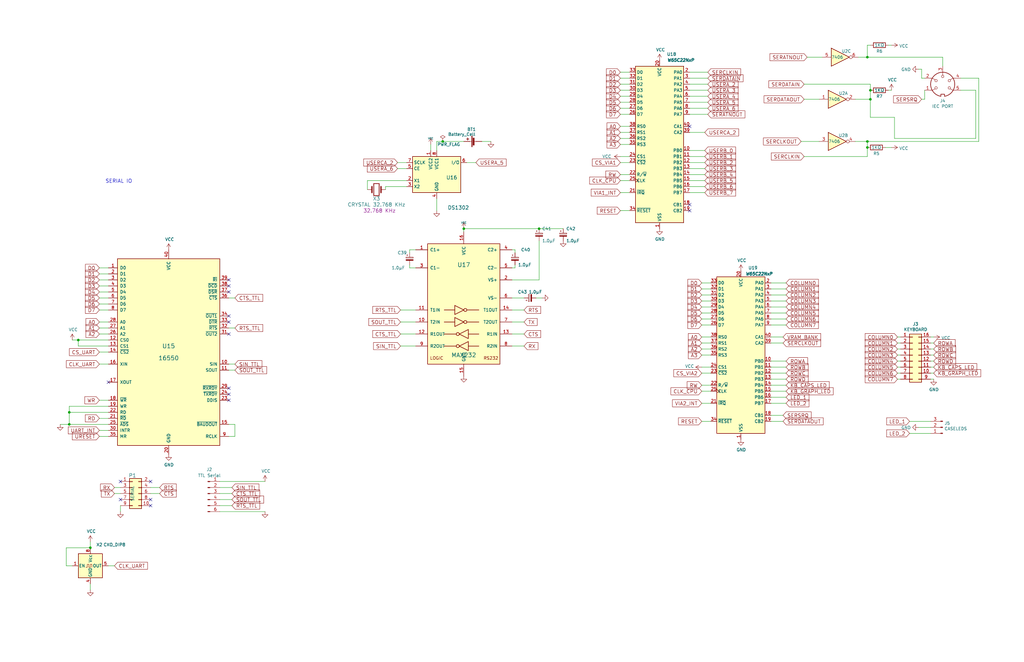
<source format=kicad_sch>
(kicad_sch (version 20211123) (generator eeschema)
  (paper "B")
  (junction (at 367.03 41.91))
  (junction (at 365.76 62.23))
  (junction (at 33.02 143.51))
  (junction (at 367.03 38.1))
  (junction (at 195.58 96.52))
  (junction (at 365.76 59.69))
  (junction (at 227.33 96.52))
  (junction (at 29.21 173.99))
  (junction (at 29.21 179.07))
  (junction (at 38.1 231.14))
  (junction (at 186.69 59.69))
  (junction (at 365.76 24.13))
  (no_connect (at 96.52 140.97))
  (no_connect (at 63.5 203.2))
  (no_connect (at 45.72 161.29))
  (no_connect (at 96.52 133.35))
  (no_connect (at 63.5 210.82))
  (no_connect (at 96.52 120.65))
  (no_connect (at 50.8 203.2))
  (no_connect (at 290.83 88.9))
  (no_connect (at 96.52 166.37))
  (no_connect (at 290.83 86.36))
  (no_connect (at 96.52 123.19))
  (no_connect (at 96.52 163.83))
  (no_connect (at 96.52 135.89))
  (no_connect (at 96.52 118.11))
  (no_connect (at 290.83 53.34))
  (no_connect (at 50.8 210.82))
  (no_connect (at 63.5 213.36))
  (no_connect (at 96.52 168.91))
  (wire (pts (xy 48.26 205.74) (xy 50.8 205.74)))
  (wire (pts (xy 96.52 184.15) (xy 99.06 184.15)))
  (wire (pts (xy 184.15 83.82) (xy 184.15 88.9)))
  (wire (pts (xy 215.9 135.89) (xy 220.98 135.89)))
  (wire (pts (xy 367.03 41.91) (xy 367.03 38.1)))
  (wire (pts (xy 217.17 113.03) (xy 217.17 111.76)))
  (wire (pts (xy 299.72 134.62) (xy 295.91 134.62)))
  (wire (pts (xy 265.43 58.42) (xy 261.62 58.42)))
  (wire (pts (xy 41.91 176.53) (xy 45.72 176.53)))
  (wire (pts (xy 29.21 173.99) (xy 29.21 179.07)))
  (wire (pts (xy 215.9 146.05) (xy 220.98 146.05)))
  (wire (pts (xy 265.43 43.18) (xy 261.62 43.18)))
  (wire (pts (xy 360.68 41.91) (xy 367.03 41.91)))
  (wire (pts (xy 265.43 68.58) (xy 261.62 68.58)))
  (wire (pts (xy 96.52 179.07) (xy 99.06 179.07)))
  (wire (pts (xy 41.91 140.97) (xy 45.72 140.97)))
  (wire (pts (xy 299.72 147.32) (xy 295.91 147.32)))
  (wire (pts (xy 96.52 153.67) (xy 99.06 153.67)))
  (wire (pts (xy 215.9 105.41) (xy 217.17 105.41)))
  (wire (pts (xy 181.61 63.5) (xy 181.61 60.96)))
  (wire (pts (xy 38.1 246.38) (xy 38.1 248.92)))
  (wire (pts (xy 227.33 96.52) (xy 237.49 96.52)))
  (wire (pts (xy 162.56 78.74) (xy 171.45 78.74)))
  (wire (pts (xy 41.91 118.11) (xy 45.72 118.11)))
  (wire (pts (xy 389.89 38.1) (xy 389.89 41.91)))
  (wire (pts (xy 172.72 113.03) (xy 172.72 111.76)))
  (wire (pts (xy 290.83 73.66) (xy 297.18 73.66)))
  (wire (pts (xy 265.43 60.96) (xy 261.62 60.96)))
  (wire (pts (xy 175.26 105.41) (xy 172.72 105.41)))
  (wire (pts (xy 388.62 33.02) (xy 388.62 29.21)))
  (wire (pts (xy 377.19 58.42) (xy 411.48 58.42)))
  (wire (pts (xy 361.95 24.13) (xy 365.76 24.13)))
  (wire (pts (xy 215.9 118.11) (xy 227.33 118.11)))
  (wire (pts (xy 96.52 156.21) (xy 99.06 156.21)))
  (wire (pts (xy 265.43 45.72) (xy 261.62 45.72)))
  (wire (pts (xy 92.71 215.9) (xy 111.76 215.9)))
  (wire (pts (xy 325.12 165.1) (xy 331.47 165.1)))
  (wire (pts (xy 299.72 137.16) (xy 295.91 137.16)))
  (wire (pts (xy 365.76 19.05) (xy 367.03 19.05)))
  (wire (pts (xy 392.43 180.34) (xy 387.35 180.34)))
  (wire (pts (xy 383.54 182.88) (xy 392.43 182.88)))
  (wire (pts (xy 379.73 147.32) (xy 378.46 147.32)))
  (wire (pts (xy 41.91 120.65) (xy 45.72 120.65)))
  (wire (pts (xy 215.9 140.97) (xy 220.98 140.97)))
  (wire (pts (xy 374.65 19.05) (xy 375.92 19.05)))
  (wire (pts (xy 168.91 135.89) (xy 175.26 135.89)))
  (wire (pts (xy 92.71 203.2) (xy 111.76 203.2)))
  (wire (pts (xy 392.43 142.24) (xy 393.7 142.24)))
  (wire (pts (xy 184.15 63.5) (xy 184.15 59.69)))
  (wire (pts (xy 325.12 134.62) (xy 331.47 134.62)))
  (wire (pts (xy 38.1 228.6) (xy 38.1 231.14)))
  (wire (pts (xy 412.75 59.69) (xy 412.75 33.02)))
  (wire (pts (xy 196.85 68.58) (xy 200.66 68.58)))
  (wire (pts (xy 215.9 130.81) (xy 220.98 130.81)))
  (wire (pts (xy 41.91 125.73) (xy 45.72 125.73)))
  (wire (pts (xy 392.43 160.02) (xy 393.7 160.02)))
  (wire (pts (xy 325.12 157.48) (xy 331.47 157.48)))
  (wire (pts (xy 325.12 132.08) (xy 331.47 132.08)))
  (wire (pts (xy 325.12 160.02) (xy 331.47 160.02)))
  (wire (pts (xy 63.5 205.74) (xy 67.31 205.74)))
  (wire (pts (xy 379.73 149.86) (xy 378.46 149.86)))
  (wire (pts (xy 299.72 142.24) (xy 295.91 142.24)))
  (wire (pts (xy 227.33 118.11) (xy 227.33 101.6)))
  (wire (pts (xy 365.76 24.13) (xy 397.51 24.13)))
  (wire (pts (xy 365.76 24.13) (xy 365.76 19.05)))
  (wire (pts (xy 325.12 137.16) (xy 331.47 137.16)))
  (wire (pts (xy 265.43 35.56) (xy 261.62 35.56)))
  (wire (pts (xy 379.73 144.78) (xy 378.46 144.78)))
  (wire (pts (xy 290.83 35.56) (xy 298.45 35.56)))
  (wire (pts (xy 168.91 146.05) (xy 175.26 146.05)))
  (wire (pts (xy 340.36 24.13) (xy 346.71 24.13)))
  (wire (pts (xy 299.72 165.1) (xy 295.91 165.1)))
  (wire (pts (xy 168.91 140.97) (xy 175.26 140.97)))
  (wire (pts (xy 25.4 179.07) (xy 29.21 179.07)))
  (wire (pts (xy 290.83 81.28) (xy 297.18 81.28)))
  (wire (pts (xy 265.43 88.9) (xy 261.62 88.9)))
  (wire (pts (xy 377.19 49.53) (xy 377.19 58.42)))
  (wire (pts (xy 162.56 80.01) (xy 162.56 78.74)))
  (wire (pts (xy 41.91 168.91) (xy 45.72 168.91)))
  (wire (pts (xy 290.83 30.48) (xy 298.45 30.48)))
  (wire (pts (xy 389.89 33.02) (xy 388.62 33.02)))
  (wire (pts (xy 392.43 149.86) (xy 393.7 149.86)))
  (wire (pts (xy 265.43 40.64) (xy 261.62 40.64)))
  (wire (pts (xy 290.83 68.58) (xy 297.18 68.58)))
  (wire (pts (xy 265.43 76.2) (xy 261.62 76.2)))
  (wire (pts (xy 172.72 105.41) (xy 172.72 106.68)))
  (wire (pts (xy 41.91 153.67) (xy 45.72 153.67)))
  (wire (pts (xy 325.12 129.54) (xy 331.47 129.54)))
  (wire (pts (xy 217.17 105.41) (xy 217.17 106.68)))
  (wire (pts (xy 265.43 66.04) (xy 261.62 66.04)))
  (wire (pts (xy 265.43 55.88) (xy 261.62 55.88)))
  (wire (pts (xy 48.26 208.28) (xy 50.8 208.28)))
  (wire (pts (xy 325.12 162.56) (xy 331.47 162.56)))
  (wire (pts (xy 92.71 213.36) (xy 97.79 213.36)))
  (wire (pts (xy 325.12 119.38) (xy 331.47 119.38)))
  (wire (pts (xy 379.73 142.24) (xy 378.46 142.24)))
  (wire (pts (xy 33.02 143.51) (xy 45.72 143.51)))
  (wire (pts (xy 41.91 128.27) (xy 45.72 128.27)))
  (wire (pts (xy 41.91 113.03) (xy 45.72 113.03)))
  (wire (pts (xy 41.91 135.89) (xy 45.72 135.89)))
  (wire (pts (xy 27.94 238.76) (xy 27.94 231.14)))
  (wire (pts (xy 290.83 48.26) (xy 298.45 48.26)))
  (wire (pts (xy 96.52 138.43) (xy 99.06 138.43)))
  (wire (pts (xy 290.83 76.2) (xy 297.18 76.2)))
  (wire (pts (xy 325.12 144.78) (xy 330.2 144.78)))
  (wire (pts (xy 215.9 125.73) (xy 220.98 125.73)))
  (wire (pts (xy 265.43 48.26) (xy 261.62 48.26)))
  (wire (pts (xy 92.71 205.74) (xy 97.79 205.74)))
  (wire (pts (xy 290.83 40.64) (xy 298.45 40.64)))
  (wire (pts (xy 365.76 59.69) (xy 412.75 59.69)))
  (wire (pts (xy 290.83 71.12) (xy 297.18 71.12)))
  (wire (pts (xy 41.91 148.59) (xy 45.72 148.59)))
  (wire (pts (xy 30.48 238.76) (xy 27.94 238.76)))
  (wire (pts (xy 299.72 154.94) (xy 295.91 154.94)))
  (wire (pts (xy 411.48 38.1) (xy 411.48 58.42)))
  (wire (pts (xy 99.06 179.07) (xy 99.06 184.15)))
  (wire (pts (xy 41.91 181.61) (xy 45.72 181.61)))
  (wire (pts (xy 265.43 53.34) (xy 261.62 53.34)))
  (wire (pts (xy 360.68 59.69) (xy 365.76 59.69)))
  (wire (pts (xy 167.64 71.12) (xy 171.45 71.12)))
  (wire (pts (xy 388.62 29.21) (xy 387.35 29.21)))
  (wire (pts (xy 175.26 113.03) (xy 172.72 113.03)))
  (wire (pts (xy 299.72 124.46) (xy 295.91 124.46)))
  (wire (pts (xy 45.72 146.05) (xy 33.02 146.05)))
  (wire (pts (xy 168.91 130.81) (xy 175.26 130.81)))
  (wire (pts (xy 379.73 152.4) (xy 378.46 152.4)))
  (wire (pts (xy 154.94 76.2) (xy 171.45 76.2)))
  (wire (pts (xy 290.83 38.1) (xy 298.45 38.1)))
  (wire (pts (xy 186.69 59.69) (xy 195.58 59.69)))
  (wire (pts (xy 265.43 30.48) (xy 261.62 30.48)))
  (wire (pts (xy 299.72 144.78) (xy 295.91 144.78)))
  (wire (pts (xy 325.12 175.26) (xy 330.2 175.26)))
  (wire (pts (xy 379.73 160.02) (xy 378.46 160.02)))
  (wire (pts (xy 265.43 81.28) (xy 261.62 81.28)))
  (wire (pts (xy 290.83 43.18) (xy 298.45 43.18)))
  (wire (pts (xy 367.03 41.91) (xy 367.03 49.53)))
  (wire (pts (xy 265.43 73.66) (xy 261.62 73.66)))
  (wire (pts (xy 96.52 125.73) (xy 99.06 125.73)))
  (wire (pts (xy 154.94 80.01) (xy 154.94 76.2)))
  (wire (pts (xy 325.12 154.94) (xy 331.47 154.94)))
  (wire (pts (xy 392.43 157.48) (xy 393.7 157.48)))
  (wire (pts (xy 299.72 157.48) (xy 295.91 157.48)))
  (wire (pts (xy 290.83 66.04) (xy 297.18 66.04)))
  (wire (pts (xy 45.72 171.45) (xy 29.21 171.45)))
  (wire (pts (xy 374.65 38.1) (xy 375.92 38.1)))
  (wire (pts (xy 367.03 35.56) (xy 339.09 35.56)))
  (wire (pts (xy 392.43 154.94) (xy 393.7 154.94)))
  (wire (pts (xy 203.2 59.69) (xy 207.01 59.69)))
  (wire (pts (xy 325.12 127) (xy 331.47 127)))
  (wire (pts (xy 29.21 179.07) (xy 45.72 179.07)))
  (wire (pts (xy 325.12 152.4) (xy 331.47 152.4)))
  (wire (pts (xy 299.72 121.92) (xy 295.91 121.92)))
  (wire (pts (xy 365.76 62.23) (xy 365.76 59.69)))
  (wire (pts (xy 226.06 125.73) (xy 228.6 125.73)))
  (wire (pts (xy 412.75 33.02) (xy 405.13 33.02)))
  (wire (pts (xy 30.48 143.51) (xy 33.02 143.51)))
  (wire (pts (xy 365.76 62.23) (xy 365.76 66.04)))
  (wire (pts (xy 325.12 177.8) (xy 330.2 177.8)))
  (wire (pts (xy 337.82 59.69) (xy 345.44 59.69)))
  (wire (pts (xy 295.91 162.56) (xy 299.72 162.56)))
  (wire (pts (xy 299.72 132.08) (xy 295.91 132.08)))
  (wire (pts (xy 41.91 123.19) (xy 45.72 123.19)))
  (wire (pts (xy 195.58 96.52) (xy 195.58 97.79)))
  (wire (pts (xy 389.89 41.91) (xy 388.62 41.91)))
  (wire (pts (xy 367.03 38.1) (xy 367.03 35.56)))
  (wire (pts (xy 290.83 63.5) (xy 297.18 63.5)))
  (wire (pts (xy 33.02 146.05) (xy 33.02 143.51)))
  (wire (pts (xy 299.72 177.8) (xy 295.91 177.8)))
  (wire (pts (xy 325.12 124.46) (xy 331.47 124.46)))
  (wire (pts (xy 397.51 24.13) (xy 397.51 27.94)))
  (wire (pts (xy 290.83 55.88) (xy 297.18 55.88)))
  (wire (pts (xy 290.83 33.02) (xy 298.45 33.02)))
  (wire (pts (xy 299.72 170.18) (xy 295.91 170.18)))
  (wire (pts (xy 290.83 78.74) (xy 297.18 78.74)))
  (wire (pts (xy 92.71 208.28) (xy 97.79 208.28)))
  (wire (pts (xy 27.94 231.14) (xy 38.1 231.14)))
  (wire (pts (xy 379.73 154.94) (xy 378.46 154.94)))
  (wire (pts (xy 290.83 45.72) (xy 298.45 45.72)))
  (wire (pts (xy 365.76 66.04) (xy 339.09 66.04)))
  (wire (pts (xy 325.12 121.92) (xy 331.47 121.92)))
  (wire (pts (xy 325.12 170.18) (xy 331.47 170.18)))
  (wire (pts (xy 45.72 173.99) (xy 29.21 173.99)))
  (wire (pts (xy 299.72 119.38) (xy 295.91 119.38)))
  (wire (pts (xy 41.91 184.15) (xy 45.72 184.15)))
  (wire (pts (xy 379.73 157.48) (xy 378.46 157.48)))
  (wire (pts (xy 41.91 115.57) (xy 45.72 115.57)))
  (wire (pts (xy 383.54 177.8) (xy 392.43 177.8)))
  (wire (pts (xy 41.91 138.43) (xy 45.72 138.43)))
  (wire (pts (xy 405.13 38.1) (xy 411.48 38.1)))
  (wire (pts (xy 299.72 127) (xy 295.91 127)))
  (wire (pts (xy 195.58 96.52) (xy 227.33 96.52)))
  (wire (pts (xy 392.43 152.4) (xy 393.7 152.4)))
  (wire (pts (xy 373.38 62.23) (xy 375.92 62.23)))
  (wire (pts (xy 299.72 149.86) (xy 295.91 149.86)))
  (wire (pts (xy 45.72 238.76) (xy 48.26 238.76)))
  (wire (pts (xy 367.03 49.53) (xy 377.19 49.53)))
  (wire (pts (xy 92.71 210.82) (xy 97.79 210.82)))
  (wire (pts (xy 63.5 208.28) (xy 67.31 208.28)))
  (wire (pts (xy 392.43 147.32) (xy 393.7 147.32)))
  (wire (pts (xy 339.09 41.91) (xy 345.44 41.91)))
  (wire (pts (xy 29.21 171.45) (xy 29.21 173.99)))
  (wire (pts (xy 50.8 213.36) (xy 50.8 215.9)))
  (wire (pts (xy 299.72 129.54) (xy 295.91 129.54)))
  (wire (pts (xy 325.12 167.64) (xy 331.47 167.64)))
  (wire (pts (xy 184.15 59.69) (xy 186.69 59.69)))
  (wire (pts (xy 265.43 33.02) (xy 261.62 33.02)))
  (wire (pts (xy 265.43 38.1) (xy 261.62 38.1)))
  (wire (pts (xy 167.64 68.58) (xy 171.45 68.58)))
  (wire (pts (xy 325.12 142.24) (xy 330.2 142.24)))
  (wire (pts (xy 41.91 130.81) (xy 45.72 130.81)))
  (wire (pts (xy 392.43 144.78) (xy 393.7 144.78)))
  (wire (pts (xy 215.9 113.03) (xy 217.17 113.03)))
  (text "SERIAL IO" (at 44.45 77.47 0) (effects (font (size 1.524 1.524)) (justify left bottom)))
  (global_label "WR" (shape input) (at 41.91 168.91 180) (effects (font (size 1.524 1.524))) (property "Intersheet References" "${INTERSHEET_REFS}" (effects hide)))
  (global_label "D0" (shape input) (at 295.91 119.38 180) (effects (font (size 1.524 1.524))) (property "Intersheet References" "${INTERSHEET_REFS}" (effects hide)))
  (global_label "RW" (shape input) (at 295.91 162.56 180) (effects (font (size 1.524 1.524))) (property "Intersheet References" "${INTERSHEET_REFS}" (effects hide)))
  (global_label "USERA_5" (shape input) (at 298.45 43.18 0) (effects (font (size 1.524 1.524))) (property "Intersheet References" "${INTERSHEET_REFS}" (effects hide)))
  (global_label "USERB_0" (shape input) (at 297.18 63.5 0) (effects (font (size 1.524 1.524))) (property "Intersheet References" "${INTERSHEET_REFS}" (effects hide)))
  (global_label "SOUT_TTL" (shape input) (at 168.91 135.89 180) (effects (font (size 1.524 1.524))) (property "Intersheet References" "${INTERSHEET_REFS}" (effects hide)))
  (global_label "D4" (shape input) (at 261.62 40.64 180) (effects (font (size 1.524 1.524))) (property "Intersheet References" "${INTERSHEET_REFS}" (effects hide)))
  (global_label "COLUMN5" (shape input) (at 331.47 132.08 0) (effects (font (size 1.524 1.524))) (property "Intersheet References" "${INTERSHEET_REFS}" (effects hide)))
  (global_label "COLUMN6" (shape input) (at 378.46 157.48 180) (effects (font (size 1.524 1.524))) (property "Intersheet References" "${INTERSHEET_REFS}" (effects hide)))
  (global_label "ROWB" (shape input) (at 393.7 147.32 0) (effects (font (size 1.524 1.524))) (property "Intersheet References" "${INTERSHEET_REFS}" (effects hide)))
  (global_label "SOUT_TTL" (shape input) (at 99.06 156.21 0) (effects (font (size 1.524 1.524))) (property "Intersheet References" "${INTERSHEET_REFS}" (effects hide)))
  (global_label "KB_GRAPH_LED" (shape input) (at 393.7 157.48 0) (effects (font (size 1.524 1.524))) (property "Intersheet References" "${INTERSHEET_REFS}" (effects hide)))
  (global_label "RX" (shape input) (at 220.98 146.05 0) (effects (font (size 1.524 1.524))) (property "Intersheet References" "${INTERSHEET_REFS}" (effects hide)))
  (global_label "ROWA" (shape input) (at 393.7 144.78 0) (effects (font (size 1.524 1.524))) (property "Intersheet References" "${INTERSHEET_REFS}" (effects hide)))
  (global_label "D1" (shape input) (at 295.91 121.92 180) (effects (font (size 1.524 1.524))) (property "Intersheet References" "${INTERSHEET_REFS}" (effects hide)))
  (global_label "CS_VIA1" (shape input) (at 261.62 68.58 180) (effects (font (size 1.524 1.524))) (property "Intersheet References" "${INTERSHEET_REFS}" (effects hide)))
  (global_label "RTS_TTL" (shape input) (at 168.91 130.81 180) (effects (font (size 1.524 1.524))) (property "Intersheet References" "${INTERSHEET_REFS}" (effects hide)))
  (global_label "VIA1_INT" (shape input) (at 261.62 81.28 180) (effects (font (size 1.524 1.524))) (property "Intersheet References" "${INTERSHEET_REFS}" (effects hide)))
  (global_label "ROWB" (shape input) (at 331.47 154.94 0) (effects (font (size 1.524 1.524))) (property "Intersheet References" "${INTERSHEET_REFS}" (effects hide)))
  (global_label "VRAM_BANK" (shape input) (at 330.2 142.24 0) (effects (font (size 1.524 1.524))) (property "Intersheet References" "${INTERSHEET_REFS}" (effects hide)))
  (global_label "D3" (shape input) (at 41.91 120.65 180) (effects (font (size 1.524 1.524))) (property "Intersheet References" "${INTERSHEET_REFS}" (effects hide)))
  (global_label "D7" (shape input) (at 261.62 48.26 180) (effects (font (size 1.524 1.524))) (property "Intersheet References" "${INTERSHEET_REFS}" (effects hide)))
  (global_label "D1" (shape input) (at 41.91 115.57 180) (effects (font (size 1.524 1.524))) (property "Intersheet References" "${INTERSHEET_REFS}" (effects hide)))
  (global_label "USERB_5" (shape input) (at 297.18 76.2 0) (effects (font (size 1.524 1.524))) (property "Intersheet References" "${INTERSHEET_REFS}" (effects hide)))
  (global_label "USERA_4" (shape input) (at 298.45 40.64 0) (effects (font (size 1.524 1.524))) (property "Intersheet References" "${INTERSHEET_REFS}" (effects hide)))
  (global_label "KB_CAPS_LED" (shape input) (at 331.47 162.56 0) (effects (font (size 1.524 1.524))) (property "Intersheet References" "${INTERSHEET_REFS}" (effects hide)))
  (global_label "D2" (shape input) (at 41.91 118.11 180) (effects (font (size 1.524 1.524))) (property "Intersheet References" "${INTERSHEET_REFS}" (effects hide)))
  (global_label "USERA_6" (shape input) (at 298.45 45.72 0) (effects (font (size 1.524 1.524))) (property "Intersheet References" "${INTERSHEET_REFS}" (effects hide)))
  (global_label "USERB_7" (shape input) (at 297.18 81.28 0) (effects (font (size 1.524 1.524))) (property "Intersheet References" "${INTERSHEET_REFS}" (effects hide)))
  (global_label "COLUMN1" (shape input) (at 378.46 144.78 180) (effects (font (size 1.524 1.524))) (property "Intersheet References" "${INTERSHEET_REFS}" (effects hide)))
  (global_label "CLK_UART" (shape input) (at 48.26 238.76 0) (effects (font (size 1.524 1.524))) (property "Intersheet References" "${INTERSHEET_REFS}" (effects hide)))
  (global_label "TX" (shape input) (at 48.26 208.28 180) (effects (font (size 1.524 1.524))) (property "Intersheet References" "${INTERSHEET_REFS}" (effects hide)))
  (global_label "A1" (shape input) (at 261.62 55.88 180) (effects (font (size 1.524 1.524))) (property "Intersheet References" "${INTERSHEET_REFS}" (effects hide)))
  (global_label "D4" (shape input) (at 41.91 123.19 180) (effects (font (size 1.524 1.524))) (property "Intersheet References" "${INTERSHEET_REFS}" (effects hide)))
  (global_label "USERB_6" (shape input) (at 297.18 78.74 0) (effects (font (size 1.524 1.524))) (property "Intersheet References" "${INTERSHEET_REFS}" (effects hide)))
  (global_label "RESET" (shape input) (at 295.91 177.8 180) (effects (font (size 1.524 1.524))) (property "Intersheet References" "${INTERSHEET_REFS}" (effects hide)))
  (global_label "CS_VIA2" (shape input) (at 295.91 157.48 180) (effects (font (size 1.524 1.524))) (property "Intersheet References" "${INTERSHEET_REFS}" (effects hide)))
  (global_label "D1" (shape input) (at 261.62 33.02 180) (effects (font (size 1.524 1.524))) (property "Intersheet References" "${INTERSHEET_REFS}" (effects hide)))
  (global_label "COLUMN7" (shape input) (at 331.47 137.16 0) (effects (font (size 1.524 1.524))) (property "Intersheet References" "${INTERSHEET_REFS}" (effects hide)))
  (global_label "A2" (shape input) (at 295.91 147.32 180) (effects (font (size 1.524 1.524))) (property "Intersheet References" "${INTERSHEET_REFS}" (effects hide)))
  (global_label "RTS" (shape input) (at 220.98 130.81 0) (effects (font (size 1.524 1.524))) (property "Intersheet References" "${INTERSHEET_REFS}" (effects hide)))
  (global_label "CTS" (shape input) (at 220.98 140.97 0) (effects (font (size 1.524 1.524))) (property "Intersheet References" "${INTERSHEET_REFS}" (effects hide)))
  (global_label "ROWD" (shape input) (at 393.7 152.4 0) (effects (font (size 1.524 1.524))) (property "Intersheet References" "${INTERSHEET_REFS}" (effects hide)))
  (global_label "A1" (shape input) (at 41.91 138.43 180) (effects (font (size 1.524 1.524))) (property "Intersheet References" "${INTERSHEET_REFS}" (effects hide)))
  (global_label "D3" (shape input) (at 261.62 38.1 180) (effects (font (size 1.524 1.524))) (property "Intersheet References" "${INTERSHEET_REFS}" (effects hide)))
  (global_label "SOUT_TTL" (shape input) (at 97.79 210.82 0) (effects (font (size 1.524 1.524))) (property "Intersheet References" "${INTERSHEET_REFS}" (effects hide)))
  (global_label "D4" (shape input) (at 295.91 129.54 180) (effects (font (size 1.524 1.524))) (property "Intersheet References" "${INTERSHEET_REFS}" (effects hide)))
  (global_label "COLUMN2" (shape input) (at 378.46 147.32 180) (effects (font (size 1.524 1.524))) (property "Intersheet References" "${INTERSHEET_REFS}" (effects hide)))
  (global_label "LED_2" (shape input) (at 331.47 170.18 0) (effects (font (size 1.524 1.524))) (property "Intersheet References" "${INTERSHEET_REFS}" (effects hide)))
  (global_label "D0" (shape input) (at 41.91 113.03 180) (effects (font (size 1.524 1.524))) (property "Intersheet References" "${INTERSHEET_REFS}" (effects hide)))
  (global_label "CLK_CPU" (shape input) (at 295.91 165.1 180) (effects (font (size 1.524 1.524))) (property "Intersheet References" "${INTERSHEET_REFS}" (effects hide)))
  (global_label "A3" (shape input) (at 261.62 60.96 180) (effects (font (size 1.524 1.524))) (property "Intersheet References" "${INTERSHEET_REFS}" (effects hide)))
  (global_label "SIN_TTL" (shape input) (at 168.91 146.05 180) (effects (font (size 1.524 1.524))) (property "Intersheet References" "${INTERSHEET_REFS}" (effects hide)))
  (global_label "SERATNOUT" (shape input) (at 298.45 48.26 0) (effects (font (size 1.524 1.524))) (property "Intersheet References" "${INTERSHEET_REFS}" (effects hide)))
  (global_label "COLUMN4" (shape input) (at 378.46 152.4 180) (effects (font (size 1.524 1.524))) (property "Intersheet References" "${INTERSHEET_REFS}" (effects hide)))
  (global_label "COLUMN0" (shape input) (at 331.47 119.38 0) (effects (font (size 1.524 1.524))) (property "Intersheet References" "${INTERSHEET_REFS}" (effects hide)))
  (global_label "COLUMN3" (shape input) (at 378.46 149.86 180) (effects (font (size 1.524 1.524))) (property "Intersheet References" "${INTERSHEET_REFS}" (effects hide)))
  (global_label "URESET" (shape input) (at 41.91 184.15 180) (effects (font (size 1.524 1.524))) (property "Intersheet References" "${INTERSHEET_REFS}" (effects hide)))
  (global_label "SIN_TTL" (shape input) (at 97.79 205.74 0) (effects (font (size 1.524 1.524))) (property "Intersheet References" "${INTERSHEET_REFS}" (effects hide)))
  (global_label "D6" (shape input) (at 41.91 128.27 180) (effects (font (size 1.524 1.524))) (property "Intersheet References" "${INTERSHEET_REFS}" (effects hide)))
  (global_label "SERCLKIN" (shape input) (at 298.45 30.48 0) (effects (font (size 1.524 1.524))) (property "Intersheet References" "${INTERSHEET_REFS}" (effects hide)))
  (global_label "LED_1" (shape input) (at 383.54 177.8 180) (effects (font (size 1.524 1.524))) (property "Intersheet References" "${INTERSHEET_REFS}" (effects hide)))
  (global_label "ROWD" (shape input) (at 331.47 160.02 0) (effects (font (size 1.524 1.524))) (property "Intersheet References" "${INTERSHEET_REFS}" (effects hide)))
  (global_label "COLUMN6" (shape input) (at 331.47 134.62 0) (effects (font (size 1.524 1.524))) (property "Intersheet References" "${INTERSHEET_REFS}" (effects hide)))
  (global_label "USERB_3" (shape input) (at 297.18 71.12 0) (effects (font (size 1.524 1.524))) (property "Intersheet References" "${INTERSHEET_REFS}" (effects hide)))
  (global_label "COLUMN3" (shape input) (at 331.47 127 0) (effects (font (size 1.524 1.524))) (property "Intersheet References" "${INTERSHEET_REFS}" (effects hide)))
  (global_label "UART_INT" (shape input) (at 41.91 181.61 180) (effects (font (size 1.524 1.524))) (property "Intersheet References" "${INTERSHEET_REFS}" (effects hide)))
  (global_label "D2" (shape input) (at 295.91 124.46 180) (effects (font (size 1.524 1.524))) (property "Intersheet References" "${INTERSHEET_REFS}" (effects hide)))
  (global_label "D5" (shape input) (at 41.91 125.73 180) (effects (font (size 1.524 1.524))) (property "Intersheet References" "${INTERSHEET_REFS}" (effects hide)))
  (global_label "RD" (shape input) (at 41.91 176.53 180) (effects (font (size 1.524 1.524))) (property "Intersheet References" "${INTERSHEET_REFS}" (effects hide)))
  (global_label "A2" (shape input) (at 41.91 140.97 180) (effects (font (size 1.524 1.524))) (property "Intersheet References" "${INTERSHEET_REFS}" (effects hide)))
  (global_label "SERDATAIN" (shape input) (at 339.09 35.56 180) (effects (font (size 1.524 1.524))) (property "Intersheet References" "${INTERSHEET_REFS}" (effects hide)))
  (global_label "COLUMN4" (shape input) (at 331.47 129.54 0) (effects (font (size 1.524 1.524))) (property "Intersheet References" "${INTERSHEET_REFS}" (effects hide)))
  (global_label "RX" (shape input) (at 48.26 205.74 180) (effects (font (size 1.524 1.524))) (property "Intersheet References" "${INTERSHEET_REFS}" (effects hide)))
  (global_label "CTS_TTL" (shape input) (at 99.06 125.73 0) (effects (font (size 1.524 1.524))) (property "Intersheet References" "${INTERSHEET_REFS}" (effects hide)))
  (global_label "RTS" (shape input) (at 67.31 205.74 0) (effects (font (size 1.524 1.524))) (property "Intersheet References" "${INTERSHEET_REFS}" (effects hide)))
  (global_label "USERA_3" (shape input) (at 298.45 38.1 0) (effects (font (size 1.524 1.524))) (property "Intersheet References" "${INTERSHEET_REFS}" (effects hide)))
  (global_label "RTS_TTL" (shape input) (at 99.06 138.43 0) (effects (font (size 1.524 1.524))) (property "Intersheet References" "${INTERSHEET_REFS}" (effects hide)))
  (global_label "SERSRQ" (shape input) (at 388.62 41.91 180) (effects (font (size 1.524 1.524))) (property "Intersheet References" "${INTERSHEET_REFS}" (effects hide)))
  (global_label "USERB_4" (shape input) (at 297.18 73.66 0) (effects (font (size 1.524 1.524))) (property "Intersheet References" "${INTERSHEET_REFS}" (effects hide)))
  (global_label "RTS_TTL" (shape input) (at 97.79 213.36 0) (effects (font (size 1.524 1.524))) (property "Intersheet References" "${INTERSHEET_REFS}" (effects hide)))
  (global_label "A0" (shape input) (at 41.91 135.89 180) (effects (font (size 1.524 1.524))) (property "Intersheet References" "${INTERSHEET_REFS}" (effects hide)))
  (global_label "USERA_2" (shape input) (at 298.45 35.56 0) (effects (font (size 1.524 1.524))) (property "Intersheet References" "${INTERSHEET_REFS}" (effects hide)))
  (global_label "USERB_2" (shape input) (at 297.18 68.58 0) (effects (font (size 1.524 1.524))) (property "Intersheet References" "${INTERSHEET_REFS}" (effects hide)))
  (global_label "SERDATAOUT" (shape input) (at 330.2 177.8 0) (effects (font (size 1.524 1.524))) (property "Intersheet References" "${INTERSHEET_REFS}" (effects hide)))
  (global_label "COLUMN2" (shape input) (at 331.47 124.46 0) (effects (font (size 1.524 1.524))) (property "Intersheet References" "${INTERSHEET_REFS}" (effects hide)))
  (global_label "D5" (shape input) (at 295.91 132.08 180) (effects (font (size 1.524 1.524))) (property "Intersheet References" "${INTERSHEET_REFS}" (effects hide)))
  (global_label "USERA_6" (shape input) (at 167.64 71.12 180) (effects (font (size 1.524 1.524))) (property "Intersheet References" "${INTERSHEET_REFS}" (effects hide)))
  (global_label "D7" (shape input) (at 41.91 130.81 180) (effects (font (size 1.524 1.524))) (property "Intersheet References" "${INTERSHEET_REFS}" (effects hide)))
  (global_label "D0" (shape input) (at 261.62 30.48 180) (effects (font (size 1.524 1.524))) (property "Intersheet References" "${INTERSHEET_REFS}" (effects hide)))
  (global_label "COLUMN5" (shape input) (at 378.46 154.94 180) (effects (font (size 1.524 1.524))) (property "Intersheet References" "${INTERSHEET_REFS}" (effects hide)))
  (global_label "D6" (shape input) (at 295.91 134.62 180) (effects (font (size 1.524 1.524))) (property "Intersheet References" "${INTERSHEET_REFS}" (effects hide)))
  (global_label "USERCA_2" (shape input) (at 167.64 68.58 180) (effects (font (size 1.524 1.524))) (property "Intersheet References" "${INTERSHEET_REFS}" (effects hide)))
  (global_label "COLUMN7" (shape input) (at 378.46 160.02 180) (effects (font (size 1.524 1.524))) (property "Intersheet References" "${INTERSHEET_REFS}" (effects hide)))
  (global_label "SERCLKIN" (shape input) (at 339.09 66.04 180) (effects (font (size 1.524 1.524))) (property "Intersheet References" "${INTERSHEET_REFS}" (effects hide)))
  (global_label "D3" (shape input) (at 295.91 127 180) (effects (font (size 1.524 1.524))) (property "Intersheet References" "${INTERSHEET_REFS}" (effects hide)))
  (global_label "SERDATAOUT" (shape input) (at 339.09 41.91 180) (effects (font (size 1.524 1.524))) (property "Intersheet References" "${INTERSHEET_REFS}" (effects hide)))
  (global_label "VIA2_INT" (shape input) (at 295.91 170.18 180) (effects (font (size 1.524 1.524))) (property "Intersheet References" "${INTERSHEET_REFS}" (effects hide)))
  (global_label "A2" (shape input) (at 261.62 58.42 180) (effects (font (size 1.524 1.524))) (property "Intersheet References" "${INTERSHEET_REFS}" (effects hide)))
  (global_label "SERCLKOUT" (shape input) (at 330.2 144.78 0) (effects (font (size 1.524 1.524))) (property "Intersheet References" "${INTERSHEET_REFS}" (effects hide)))
  (global_label "A3" (shape input) (at 295.91 149.86 180) (effects (font (size 1.524 1.524))) (property "Intersheet References" "${INTERSHEET_REFS}" (effects hide)))
  (global_label "SIN_TTL" (shape input) (at 99.06 153.67 0) (effects (font (size 1.524 1.524))) (property "Intersheet References" "${INTERSHEET_REFS}" (effects hide)))
  (global_label "A1" (shape input) (at 295.91 144.78 180) (effects (font (size 1.524 1.524))) (property "Intersheet References" "${INTERSHEET_REFS}" (effects hide)))
  (global_label "LED_2" (shape input) (at 383.54 182.88 180) (effects (font (size 1.524 1.524))) (property "Intersheet References" "${INTERSHEET_REFS}" (effects hide)))
  (global_label "CTS_TTL" (shape input) (at 97.79 208.28 0) (effects (font (size 1.524 1.524))) (property "Intersheet References" "${INTERSHEET_REFS}" (effects hide)))
  (global_label "ROWC" (shape input) (at 393.7 149.86 0) (effects (font (size 1.524 1.524))) (property "Intersheet References" "${INTERSHEET_REFS}" (effects hide)))
  (global_label "D5" (shape input) (at 261.62 43.18 180) (effects (font (size 1.524 1.524))) (property "Intersheet References" "${INTERSHEET_REFS}" (effects hide)))
  (global_label "USERCA_2" (shape input) (at 297.18 55.88 0) (effects (font (size 1.524 1.524))) (property "Intersheet References" "${INTERSHEET_REFS}" (effects hide)))
  (global_label "KB_CAPS_LED" (shape input) (at 393.7 154.94 0) (effects (font (size 1.524 1.524))) (property "Intersheet References" "${INTERSHEET_REFS}" (effects hide)))
  (global_label "SERATNOUT" (shape input) (at 340.36 24.13 180) (effects (font (size 1.524 1.524))) (property "Intersheet References" "${INTERSHEET_REFS}" (effects hide)))
  (global_label "CTS" (shape input) (at 67.31 208.28 0) (effects (font (size 1.524 1.524))) (property "Intersheet References" "${INTERSHEET_REFS}" (effects hide)))
  (global_label "CLK_UART" (shape input) (at 41.91 153.67 180) (effects (font (size 1.524 1.524))) (property "Intersheet References" "${INTERSHEET_REFS}" (effects hide)))
  (global_label "SERSRQ" (shape input) (at 330.2 175.26 0) (effects (font (size 1.524 1.524))) (property "Intersheet References" "${INTERSHEET_REFS}" (effects hide)))
  (global_label "CLK_CPU" (shape input) (at 261.62 76.2 180) (effects (font (size 1.524 1.524))) (property "Intersheet References" "${INTERSHEET_REFS}" (effects hide)))
  (global_label "COLUMN1" (shape input) (at 331.47 121.92 0) (effects (font (size 1.524 1.524))) (property "Intersheet References" "${INTERSHEET_REFS}" (effects hide)))
  (global_label "USERA_5" (shape input) (at 200.66 68.58 0) (effects (font (size 1.524 1.524))) (property "Intersheet References" "${INTERSHEET_REFS}" (effects hide)))
  (global_label "CS_UART" (shape input) (at 41.91 148.59 180) (effects (font (size 1.524 1.524))) (property "Intersheet References" "${INTERSHEET_REFS}" (effects hide)))
  (global_label "A0" (shape input) (at 261.62 53.34 180) (effects (font (size 1.524 1.524))) (property "Intersheet References" "${INTERSHEET_REFS}" (effects hide)))
  (global_label "ROWA" (shape input) (at 331.47 152.4 0) (effects (font (size 1.524 1.524))) (property "Intersheet References" "${INTERSHEET_REFS}" (effects hide)))
  (global_label "D6" (shape input) (at 261.62 45.72 180) (effects (font (size 1.524 1.524))) (property "Intersheet References" "${INTERSHEET_REFS}" (effects hide)))
  (global_label "LED_1" (shape input) (at 331.47 167.64 0) (effects (font (size 1.524 1.524))) (property "Intersheet References" "${INTERSHEET_REFS}" (effects hide)))
  (global_label "USERB_1" (shape input) (at 297.18 66.04 0) (effects (font (size 1.524 1.524))) (property "Intersheet References" "${INTERSHEET_REFS}" (effects hide)))
  (global_label "TX" (shape input) (at 220.98 135.89 0) (effects (font (size 1.524 1.524))) (property "Intersheet References" "${INTERSHEET_REFS}" (effects hide)))
  (global_label "RESET" (shape input) (at 261.62 88.9 180) (effects (font (size 1.524 1.524))) (property "Intersheet References" "${INTERSHEET_REFS}" (effects hide)))
  (global_label "CTS_TTL" (shape input) (at 168.91 140.97 180) (effects (font (size 1.524 1.524))) (property "Intersheet References" "${INTERSHEET_REFS}" (effects hide)))
  (global_label "ROWC" (shape input) (at 331.47 157.48 0) (effects (font (size 1.524 1.524))) (property "Intersheet References" "${INTERSHEET_REFS}" (effects hide)))
  (global_label "COLUMN0" (shape input) (at 378.46 142.24 180) (effects (font (size 1.524 1.524))) (property "Intersheet References" "${INTERSHEET_REFS}" (effects hide)))
  (global_label "A0" (shape input) (at 295.91 142.24 180) (effects (font (size 1.524 1.524))) (property "Intersheet References" "${INTERSHEET_REFS}" (effects hide)))
  (global_label "D2" (shape input) (at 261.62 35.56 180) (effects (font (size 1.524 1.524))) (property "Intersheet References" "${INTERSHEET_REFS}" (effects hide)))
  (global_label "SERDATAIN" (shape input) (at 298.45 33.02 0) (effects (font (size 1.524 1.524))) (property "Intersheet References" "${INTERSHEET_REFS}" (effects hide)))
  (global_label "SERCLKOUT" (shape input) (at 337.82 59.69 180) (effects (font (size 1.524 1.524))) (property "Intersheet References" "${INTERSHEET_REFS}" (effects hide)))
  (global_label "D7" (shape input) (at 295.91 137.16 180) (effects (font (size 1.524 1.524))) (property "Intersheet References" "${INTERSHEET_REFS}" (effects hide)))
  (global_label "RW" (shape input) (at 261.62 73.66 180) (effects (font (size 1.524 1.524))) (property "Intersheet References" "${INTERSHEET_REFS}" (effects hide)))
  (global_label "KB_GRAPH_LED" (shape input) (at 331.47 165.1 0) (effects (font (size 1.524 1.524))) (property "Intersheet References" "${INTERSHEET_REFS}" (effects hide)))
  (symbol (lib_id "power:GND") (at 207.01 59.69 0) (unit 1)
    (property "Reference" "#PWR043" (effects hide))
    (property "Value" "GND" (effects hide))
  )
  (symbol (lib_id "Device:Crystal") (at 158.75 80.01 180) (unit 1)
    (property "Reference" "X3" (at 158.75 83.82 0) (effects (font (size 1.524 1.524))))
    (property "Value" "CRYSTAL 32.768 KHz" (at 158.75 86.36 0) (effects (font (size 1.524 1.524))))
    (property "Footprint" "Crystal:Crystal_Round_D1.5mm_Vertical" (effects hide))
    (property "Field1" "32.768 KHz" (at 160.02 88.9 0) (effects (font (size 1.524 1.524))))
  )
  (symbol (lib_id "power:GND") (at 184.15 88.9 0) (unit 1)
    (property "Reference" "#PWR040" (effects hide))
    (property "Value" "GND" (effects hide))
  )
  (symbol (lib_id "power:VCC") (at 181.61 60.96 0) (unit 1)
    (property "Reference" "#PWR039" (effects hide))
    (property "Value" "VCC" (at 181.61 58.42 0) (effects (font (size 0.762 0.762))))
  )
  (symbol (lib_id "Timer_RTC:DS1302+") (at 184.15 73.66 0) (unit 1)
    (property "Reference" "U16" (at 190.5 74.93 0) (effects (font (size 1.524 1.524))))
    (property "Value" "DS1302" (at 193.294 87.63 0) (effects (font (size 1.524 1.524))))
    (property "Footprint" "Package_DIP:DIP-8_W7.62mm" (effects hide))
    (property "Datasheet" "https://datasheets.maximintegrated.com/en/ds/DS1302.pdf" (effects hide))
  )
  (symbol (lib_id "power:GND") (at 50.8 215.9 0) (unit 1)
    (property "Reference" "#PWR034" (effects hide))
    (property "Value" "GND" (effects hide))
  )
  (symbol (lib_id "Connector_Generic:Conn_02x05_Odd_Even") (at 55.88 208.28 0) (unit 1)
    (property "Reference" "P1" (at 55.88 200.66 0) (effects (font (size 1.524 1.524))))
    (property "Value" "SERIAL" (at 55.88 208.28 90))
    (property "Footprint" "Connector_PinHeader_2.54mm:PinHeader_2x05_P2.54mm_Vertical" (effects hide))
  )
  (symbol (lib_id "power:GND") (at 38.1 248.92 0) (unit 1)
    (property "Reference" "#PWR033" (effects hide))
    (property "Value" "GND" (effects hide))
  )
  (symbol (lib_id "Device:C_Polarized_Small") (at 223.52 125.73 90) (unit 1)
    (property "Reference" "C43" (at 222.25 123.19 90) (effects (justify left)))
    (property "Value" "1.0µF" (at 228.6 123.19 90) (effects (justify left)))
    (property "Footprint" "Capacitor_THT:CP_Radial_D4.0mm_P2.00mm" (effects hide))
  )
  (symbol (lib_id "Device:C_Polarized_Small") (at 172.72 109.22 0) (unit 1)
    (property "Reference" "C39" (at 167.64 106.68 0) (effects (justify left)))
    (property "Value" "1.0µF" (at 165.1 113.03 0) (effects (justify left)))
    (property "Footprint" "Capacitor_THT:CP_Radial_D4.0mm_P2.00mm" (effects hide))
  )
  (symbol (lib_id "Device:C_Polarized_Small") (at 217.17 109.22 0) (unit 1)
    (property "Reference" "C40" (at 219.71 105.41 0) (effects (justify left)))
    (property "Value" "1.0µF" (at 218.44 111.76 0) (effects (justify left)))
    (property "Footprint" "Capacitor_THT:CP_Radial_D4.0mm_P2.00mm" (effects hide))
  )
  (symbol (lib_id "Device:C_Polarized_Small") (at 227.33 99.06 0) (unit 1)
    (property "Reference" "C41" (at 228.6 96.52 0) (effects (justify left)))
    (property "Value" "1.0µF" (at 228.6 101.6 0) (effects (justify left)))
    (property "Footprint" "Capacitor_THT:CP_Radial_D4.0mm_P2.00mm" (effects hide))
  )
  (symbol (lib_id "power:GND") (at 237.49 101.6 0) (unit 1)
    (property "Reference" "#PWR044" (effects hide))
    (property "Value" "GND" (effects hide))
  )
  (symbol (lib_id "Device:C_Polarized_Small") (at 237.49 99.06 0) (unit 1)
    (property "Reference" "C42" (at 238.76 96.52 0) (effects (justify left)))
    (property "Value" "1.0µF" (at 238.76 101.6 0) (effects (justify left)))
    (property "Footprint" "Capacitor_THT:CP_Radial_D4.0mm_P2.00mm" (effects hide))
  )
  (symbol (lib_id "power:VCC") (at 195.58 96.52 0) (unit 1)
    (property "Reference" "#PWR041" (effects hide))
    (property "Value" "VCC" (at 195.58 93.98 0) (effects (font (size 0.762 0.762))))
  )
  (symbol (lib_id "power:GND") (at 195.58 158.75 0) (unit 1)
    (property "Reference" "#PWR042" (effects hide))
    (property "Value" "GND" (effects hide))
  )
  (symbol (lib_id "Interface_UART:MAX232") (at 195.58 128.27 0) (unit 1)
    (property "Reference" "U17" (at 195.58 111.76 0) (effects (font (size 1.778 1.778))))
    (property "Value" "MAX232" (at 195.58 149.86 0) (effects (font (size 1.778 1.778))))
    (property "Footprint" "Package_DIP:DIP-16_W7.62mm_Socket_LongPads" (effects hide))
    (property "Datasheet" "http://www.ti.com/lit/ds/symlink/max232.pdf" (effects hide))
  )
  (symbol (lib_id "power:GND") (at 228.6 125.73 90) (unit 1)
    (property "Reference" "#PWR045" (effects hide))
    (property "Value" "GND" (effects hide))
  )
  (symbol (lib_id "power:GND") (at 25.4 179.07 0) (unit 1)
    (property "Reference" "#PWR030" (effects hide))
    (property "Value" "GND" (effects hide))
  )
  (symbol (lib_id "Interface_UART:16550") (at 71.12 148.59 0) (unit 1)
    (property "Reference" "U15" (at 71.12 146.05 0) (effects (font (size 1.778 1.778))))
    (property "Value" "16550" (at 71.12 151.13 0) (effects (font (size 1.778 1.778))))
    (property "Footprint" "Package_DIP:DIP-40_W15.24mm" (effects hide))
    (property "Datasheet" "http://www.ti.com/lit/ds/symlink/pc16550d.pdf" (effects hide))
  )
  (symbol (lib_id "CUSTOM_CPU:65C22") (at 278.13 36.83 0) (unit 1)
    (property "Reference" "U18" (at 283.21 22.86 0))
    (property "Value" "W65C22NxP" (at 287.02 25.4 0) (effects (font bold italic)))
    (property "Footprint" "Package_DIP:DIP-40_W15.24mm_Socket" (effects hide))
    (property "Datasheet" "http://www.westerndesigncenter.com/wdc/documentation/w65c22.pdf" (effects hide))
  )
  (symbol (lib_id "power:GND") (at 278.13 96.52 0) (unit 1)
    (property "Reference" "#PWR048" (effects hide))
    (property "Value" "GND" (at 278.257 100.9142 0))
  )
  (symbol (lib_id "power:VCC") (at 278.13 25.4 0) (unit 1)
    (property "Reference" "#PWR047" (effects hide))
    (property "Value" "VCC" (at 278.511 21.0058 0))
  )
  (symbol (lib_id "CUSTOM_CPU:65C22") (at 312.42 125.73 0) (unit 1)
    (property "Reference" "U19" (at 317.5 113.03 0))
    (property "Value" "W65C22NxP" (at 320.04 115.57 0) (effects (font bold italic)))
    (property "Footprint" "Package_DIP:DIP-40_W15.24mm_Socket" (effects hide))
    (property "Datasheet" "http://www.westerndesigncenter.com/wdc/documentation/w65c22.pdf" (effects hide))
  )
  (symbol (lib_id "power:GND") (at 312.42 185.42 0) (unit 1)
    (property "Reference" "#PWR051" (effects hide))
    (property "Value" "GND" (at 312.547 189.8142 0))
  )
  (symbol (lib_id "power:VCC") (at 312.42 114.3 0) (unit 1)
    (property "Reference" "#PWR050" (effects hide))
    (property "Value" "VCC" (at 312.801 109.9058 0))
  )
  (symbol (lib_id "Connector:DIN-5") (at 397.51 35.56 0) (unit 1)
    (property "Reference" "J4" (at 397.51 42.545 0))
    (property "Value" "IEC PORT" (at 397.51 44.8564 0))
    (property "Footprint" "Connector:din6" (effects hide))
    (property "Datasheet" "http://www.mouser.com/ds/2/18/40_c091_abd_e-75918.pdf" (effects hide))
  )
  (symbol (lib_id "74xx:74LS06N") (at 354.33 24.13 0) (unit 3)
    (property "Reference" "U2" (at 356.87 21.59 0))
    (property "Value" "7406" (at 353.06 24.13 0))
    (property "Footprint" "Package_DIP:DIP-14_W7.62mm_Socket" (effects hide))
    (property "Datasheet" "http://www.ti.com/lit/gpn/sn74LS06N" (effects hide))
  )
  (symbol (lib_id "74xx:74LS06N") (at 353.06 41.91 0) (unit 1)
    (property "Reference" "U2" (at 355.6 39.37 0))
    (property "Value" "7406" (at 351.79 41.91 0))
    (property "Footprint" "Package_DIP:DIP-14_W7.62mm_Socket" (effects hide))
    (property "Datasheet" "http://www.ti.com/lit/gpn/sn74LS06N" (effects hide))
  )
  (symbol (lib_id "74xx:74LS06N") (at 353.06 59.69 0) (unit 2)
    (property "Reference" "U2" (at 355.6 57.15 0))
    (property "Value" "7406" (at 351.79 59.69 0))
    (property "Footprint" "Package_DIP:DIP-14_W7.62mm_Socket" (effects hide))
    (property "Datasheet" "http://www.ti.com/lit/gpn/sn74LS06N" (effects hide))
  )
  (symbol (lib_id "Device:R") (at 370.84 19.05 270) (unit 1)
    (property "Reference" "R6" (at 370.84 21.59 90))
    (property "Value" "1KΩ" (at 370.84 19.05 90))
    (property "Footprint" "Resistor_THT:R_Axial_DIN0204_L3.6mm_D1.6mm_P5.08mm_Horizontal" (effects hide))
  )
  (symbol (lib_id "Device:R") (at 370.84 38.1 270) (unit 1)
    (property "Reference" "R7" (at 370.84 40.64 90))
    (property "Value" "1KΩ" (at 370.84 38.1 90))
    (property "Footprint" "Resistor_THT:R_Axial_DIN0204_L3.6mm_D1.6mm_P5.08mm_Horizontal" (effects hide))
  )
  (symbol (lib_id "Device:R") (at 369.57 62.23 270) (unit 1)
    (property "Reference" "R5" (at 369.57 64.77 90))
    (property "Value" "1KΩ" (at 369.57 62.23 90))
    (property "Footprint" "Resistor_THT:R_Axial_DIN0204_L3.6mm_D1.6mm_P5.08mm_Horizontal" (effects hide))
  )
  (symbol (lib_id "power:VCC") (at 375.92 19.05 270) (unit 1)
    (property "Reference" "#PWR052" (effects hide))
    (property "Value" "VCC" (at 379.1712 19.431 90) (effects (justify left)))
  )
  (symbol (lib_id "power:VCC") (at 375.92 38.1 0) (unit 1)
    (property "Reference" "#PWR053" (effects hide))
    (property "Value" "VCC" (at 376.301 33.7058 0))
  )
  (symbol (lib_id "power:VCC") (at 375.92 62.23 270) (unit 1)
    (property "Reference" "#PWR054" (effects hide))
    (property "Value" "VCC" (at 379.1712 62.611 90) (effects (justify left)))
  )
  (symbol (lib_id "power:GND") (at 387.35 29.21 270) (unit 1)
    (property "Reference" "#PWR055" (effects hide))
    (property "Value" "GND" (at 384.0988 29.337 90) (effects (justify right)))
  )
  (symbol (lib_id "Connector_Generic:Conn_02x08_Counter_Clockwise") (at 384.81 149.86 0) (unit 1)
    (property "Reference" "J3" (at 386.08 136.7282 0))
    (property "Value" "KEYBOARD" (at 386.08 139.0396 0))
    (property "Footprint" "Connector_PinHeader_2.54mm:PinHeader_2x08_P2.54mm_Vertical" (effects hide))
  )
  (symbol (lib_id "power:GND") (at 393.7 160.02 0) (unit 1)
    (property "Reference" "#PWR058" (effects hide))
    (property "Value" "GND" (at 393.827 164.4142 0))
  )
  (symbol (lib_id "power:VCC") (at 393.7 142.24 270) (unit 1)
    (property "Reference" "#PWR057" (effects hide))
    (property "Value" "VCC" (at 396.9512 142.621 90) (effects (justify left)))
  )
  (symbol (lib_id "power:VCC") (at 261.62 66.04 90) (unit 1)
    (property "Reference" "#PWR046" (effects hide))
    (property "Value" "VCC" (at 257.81 66.04 90) (effects (justify left)))
  )
  (symbol (lib_id "power:VCC") (at 295.91 154.94 90) (unit 1)
    (property "Reference" "#PWR049" (effects hide))
    (property "Value" "VCC" (at 292.6842 154.559 90) (effects (justify left)))
  )
  (symbol (lib_id "Connector:Conn_01x03_Male") (at 397.51 180.34 180) (unit 1)
    (property "Reference" "J5" (at 398.2212 178.6128 0) (effects (justify right)))
    (property "Value" "CASELEDS" (at 398.2212 180.9242 0) (effects (justify right)))
    (property "Footprint" "Connector_PinHeader_2.54mm:PinHeader_1x03_P2.54mm_Vertical" (effects hide))
  )
  (symbol (lib_id "power:GND") (at 387.35 180.34 270) (unit 1)
    (property "Reference" "#PWR056" (effects hide))
    (property "Value" "GND" (at 384.0988 180.467 90) (effects (justify right)))
  )
  (symbol (lib_id "Device:Battery_Cell") (at 200.66 59.69 90) (unit 1)
    (property "Reference" "BT1" (at 200.66 54.61 90) (effects (justify left)))
    (property "Value" "Battery_Cell" (at 200.533 56.6928 90) (effects (justify left)))
    (property "Footprint" "homecomputer2:Battery_Holder_Coin_2032_BS-7_FIXED" (effects hide))
  )
  (symbol (lib_id "power:VCC") (at 71.12 105.41 0) (unit 1)
    (property "Reference" "#PWR035" (effects hide))
    (property "Value" "VCC" (at 71.501 101.0158 0))
  )
  (symbol (lib_id "power:GND") (at 111.76 215.9 0) (unit 1)
    (property "Reference" "#PWR038" (effects hide))
    (property "Value" "GND" (effects hide))
  )
  (symbol (lib_id "Connector:Conn_01x06_Male") (at 87.63 208.28 0) (unit 1)
    (property "Reference" "J2" (at 88.265 198.12 0))
    (property "Value" "TTL Serial" (at 88.265 200.66 0))
    (property "Footprint" "Connector_PinHeader_2.54mm:PinHeader_1x06_P2.54mm_Vertical" (effects hide))
  )
  (symbol (lib_id "power:VCC") (at 111.76 203.2 0) (unit 1)
    (property "Reference" "#PWR037" (effects hide))
    (property "Value" "VCC" (at 112.141 198.8058 0))
  )
  (symbol (lib_id "power:VCC") (at 38.1 228.6 0) (unit 1)
    (property "Reference" "#PWR032" (effects hide))
    (property "Value" "VCC" (at 38.481 224.2058 0))
  )
  (symbol (lib_id "Oscillator:CXO_DIP8") (at 38.1 238.76 0) (unit 1)
    (property "Reference" "X2" (at 41.91 229.87 0))
    (property "Value" "CXO_DIP8" (at 48.26 229.87 0))
    (property "Footprint" "Oscillator:Oscillator_DIP-8" (effects hide))
    (property "Datasheet" "http://cdn-reichelt.de/documents/datenblatt/B400/OSZI.pdf" (effects hide))
  )
  (symbol (lib_id "power:GND") (at 71.12 191.77 0) (unit 1)
    (property "Reference" "#PWR036" (effects hide))
    (property "Value" "GND" (at 71.247 196.1642 0))
  )
  (symbol (lib_id "power:PWR_FLAG") (at 186.69 59.69 0) (unit 1)
    (property "Reference" "#FLG0101" (effects hide))
    (property "Value" "PWR_FLAG" (at 189.23 60.96 0))
  )
  (symbol (lib_id "power:VCC") (at 30.48 143.51 0) (unit 1)
    (property "Reference" "#PWR031" (effects hide))
    (property "Value" "VCC" (at 30.861 139.1158 0))
  )
)
</source>
